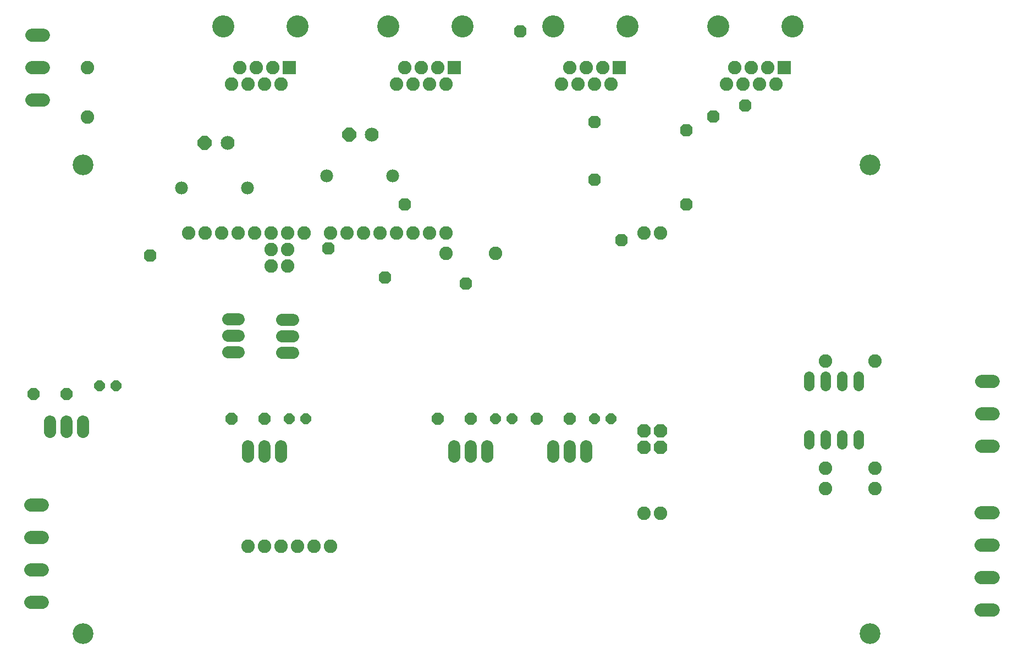
<source format=gbs>
G75*
%MOIN*%
%OFA0B0*%
%FSLAX25Y25*%
%IPPOS*%
%LPD*%
%AMOC8*
5,1,8,0,0,1.08239X$1,22.5*
%
%ADD10C,0.12611*%
%ADD11C,0.08200*%
%ADD12R,0.08200X0.08200*%
%ADD13C,0.13398*%
%ADD14OC8,0.08200*%
%ADD15C,0.08400*%
%ADD16OC8,0.08400*%
%ADD17OC8,0.07100*%
%ADD18OC8,0.06400*%
%ADD19C,0.07800*%
%ADD20C,0.07200*%
%ADD21C,0.06400*%
%ADD22C,0.07900*%
%ADD23OC8,0.07556*%
D10*
X0177044Y0125970D03*
X0177044Y0410616D03*
X0653816Y0410616D03*
X0653816Y0125970D03*
D11*
X0656965Y0214100D03*
X0656965Y0226600D03*
X0626965Y0226600D03*
X0626965Y0214100D03*
X0526965Y0199100D03*
X0516965Y0199100D03*
X0626965Y0291600D03*
X0656965Y0291600D03*
X0526965Y0369100D03*
X0516965Y0369100D03*
X0426965Y0356895D03*
X0396965Y0356895D03*
X0396965Y0369100D03*
X0386965Y0369100D03*
X0376965Y0369100D03*
X0366965Y0369100D03*
X0356965Y0369100D03*
X0346965Y0369100D03*
X0336965Y0369100D03*
X0326965Y0369100D03*
X0310965Y0369100D03*
X0300965Y0369100D03*
X0290965Y0369100D03*
X0280965Y0369100D03*
X0270965Y0369100D03*
X0260965Y0369100D03*
X0250965Y0369100D03*
X0240965Y0369100D03*
X0290965Y0359100D03*
X0300965Y0359100D03*
X0300965Y0349100D03*
X0290965Y0349100D03*
X0179465Y0439395D03*
X0179465Y0469395D03*
X0266965Y0459395D03*
X0276965Y0459395D03*
X0286965Y0459395D03*
X0296965Y0459395D03*
X0291965Y0469395D03*
X0281965Y0469395D03*
X0271965Y0469395D03*
X0366965Y0459395D03*
X0376965Y0459395D03*
X0386965Y0459395D03*
X0396965Y0459395D03*
X0391965Y0469395D03*
X0381965Y0469395D03*
X0371965Y0469395D03*
X0466965Y0459395D03*
X0476965Y0459395D03*
X0486965Y0459395D03*
X0496965Y0459395D03*
X0491965Y0469395D03*
X0481965Y0469395D03*
X0471965Y0469395D03*
X0566965Y0459395D03*
X0576965Y0459395D03*
X0586965Y0459395D03*
X0581965Y0469395D03*
X0571965Y0469395D03*
X0591965Y0469395D03*
X0596965Y0459395D03*
X0326965Y0179100D03*
X0316965Y0179100D03*
X0306965Y0179100D03*
X0296965Y0179100D03*
X0286965Y0179100D03*
X0276965Y0179100D03*
D12*
X0301965Y0469395D03*
X0401965Y0469395D03*
X0501965Y0469395D03*
X0601965Y0469395D03*
D13*
X0606965Y0494395D03*
X0561965Y0494395D03*
X0506965Y0494395D03*
X0461965Y0494395D03*
X0406965Y0494395D03*
X0361965Y0494395D03*
X0306965Y0494395D03*
X0261965Y0494395D03*
D14*
X0516965Y0249100D03*
X0526965Y0249100D03*
X0526965Y0239100D03*
X0516965Y0239100D03*
D15*
X0264465Y0423805D03*
X0351965Y0428805D03*
D16*
X0338215Y0428805D03*
X0250715Y0423805D03*
D17*
X0166965Y0271600D03*
X0146965Y0271600D03*
X0266965Y0256600D03*
X0286965Y0256600D03*
X0391965Y0256600D03*
X0411965Y0256600D03*
X0451965Y0256600D03*
X0471965Y0256600D03*
D18*
X0486965Y0256600D03*
X0496965Y0256600D03*
X0436965Y0256600D03*
X0426965Y0256600D03*
X0311965Y0256600D03*
X0301965Y0256600D03*
X0196965Y0276600D03*
X0186965Y0276600D03*
D19*
X0236670Y0396600D03*
X0276670Y0396600D03*
X0324465Y0403805D03*
X0364465Y0403805D03*
D20*
X0304165Y0316600D02*
X0297765Y0316600D01*
X0297765Y0306600D02*
X0304165Y0306600D01*
X0304165Y0296600D02*
X0297765Y0296600D01*
X0271415Y0296895D02*
X0265015Y0296895D01*
X0265015Y0306895D02*
X0271415Y0306895D01*
X0271415Y0316895D02*
X0265015Y0316895D01*
X0176965Y0254800D02*
X0176965Y0248400D01*
X0166965Y0248400D02*
X0166965Y0254800D01*
X0156965Y0254800D02*
X0156965Y0248400D01*
X0276965Y0239800D02*
X0276965Y0233400D01*
X0286965Y0233400D02*
X0286965Y0239800D01*
X0296965Y0239800D02*
X0296965Y0233400D01*
X0401965Y0233400D02*
X0401965Y0239800D01*
X0411965Y0239800D02*
X0411965Y0233400D01*
X0421965Y0233400D02*
X0421965Y0239800D01*
X0461965Y0239800D02*
X0461965Y0233400D01*
X0471965Y0233400D02*
X0471965Y0239800D01*
X0481965Y0239800D02*
X0481965Y0233400D01*
D21*
X0616965Y0241000D02*
X0616965Y0246600D01*
X0626965Y0246600D02*
X0626965Y0241000D01*
X0636965Y0241000D02*
X0636965Y0246600D01*
X0646965Y0246600D02*
X0646965Y0241000D01*
X0646965Y0276600D02*
X0646965Y0282200D01*
X0636965Y0282200D02*
X0636965Y0276600D01*
X0626965Y0276600D02*
X0626965Y0282200D01*
X0616965Y0282200D02*
X0616965Y0276600D01*
D22*
X0721486Y0279080D02*
X0728586Y0279080D01*
X0728586Y0259395D02*
X0721486Y0259395D01*
X0721486Y0239710D02*
X0728586Y0239710D01*
X0728507Y0199553D02*
X0721407Y0199553D01*
X0721407Y0179868D02*
X0728507Y0179868D01*
X0728507Y0160183D02*
X0721407Y0160183D01*
X0721407Y0140498D02*
X0728507Y0140498D01*
X0152436Y0145053D02*
X0145336Y0145053D01*
X0145336Y0164738D02*
X0152436Y0164738D01*
X0152436Y0184423D02*
X0145336Y0184423D01*
X0145336Y0204108D02*
X0152436Y0204108D01*
X0152936Y0449710D02*
X0145836Y0449710D01*
X0145836Y0469395D02*
X0152936Y0469395D01*
X0152936Y0489080D02*
X0145836Y0489080D01*
D23*
X0325715Y0359725D03*
X0360090Y0342225D03*
X0408840Y0338475D03*
X0371965Y0386600D03*
X0486965Y0401600D03*
X0486965Y0436600D03*
X0542590Y0431600D03*
X0558840Y0439725D03*
X0578215Y0446600D03*
X0542590Y0386600D03*
X0503215Y0364725D03*
X0441965Y0491600D03*
X0217590Y0355350D03*
M02*

</source>
